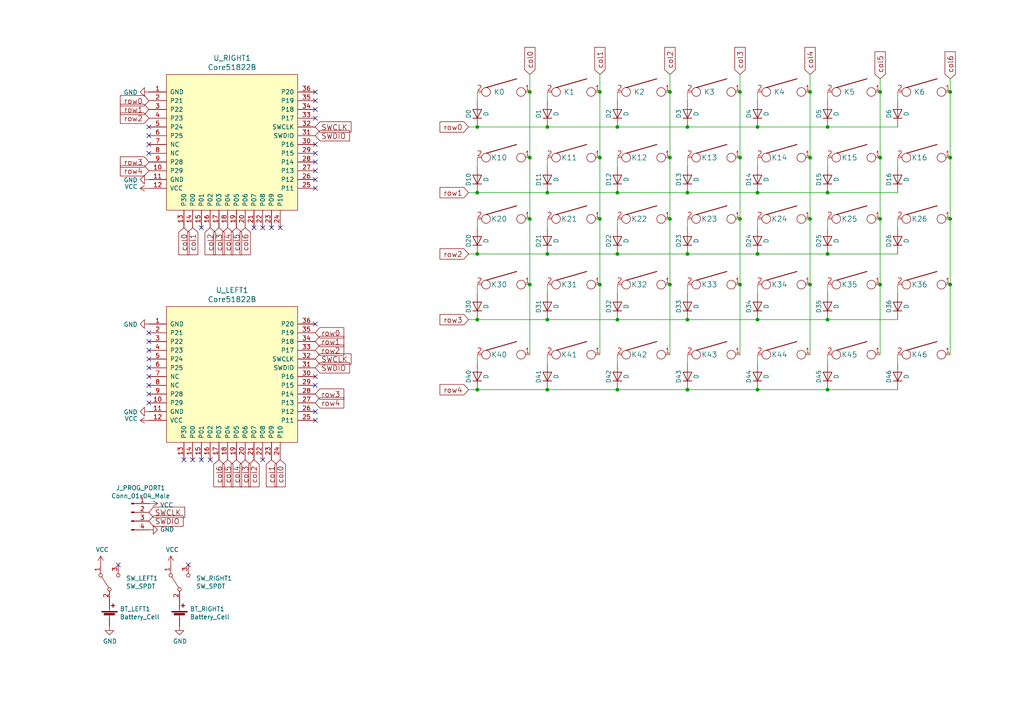
<source format=kicad_sch>
(kicad_sch (version 20230121) (generator eeschema)
  (paper "A4")
  (title_block (title "Redox wireless keyboard") (date "2018-05-05") (rev "1.0W") (comment 1 "designed by Mattia Dal Ben") (comment 2 "https://github.com/mattdibi/redox-keyboard"))
  (lib_symbols
    (symbol "Device:Battery_Cell" (pin_numbers hide) (pin_names (offset 0) hide)
      (property "Reference" "BT" (at 2.54 2.54 0))
      (property "Value" "Battery_Cell" (at 2.54 0 0))
      (symbol "Battery_Cell_0_1"
        (rectangle (start -2.286 1.778) (end 2.286 1.524) (fill (type outline)))
        (rectangle (start -1.5748 1.1938) (end 1.4732 0.6858) (fill (type outline)))
        (polyline (pts (xy 0 0.762) (xy 0 0)))
        (polyline (pts (xy 0 1.778) (xy 0 2.54)))
        (polyline (pts (xy 0.508 3.429) (xy 1.524 3.429)) (stroke (width 0.254)))
        (polyline (pts (xy 1.016 3.937) (xy 1.016 2.921)) (stroke (width 0.254)))
      )
      (symbol "Battery_Cell_1_1"
        (pin passive line (at 0 5.08 270) (length 2.54) (name "+") (number "1"))
        (pin passive line (at 0 -2.54 90) (length 2.54) (name "-") (number "2"))
      )
    )
    (symbol "Switch:SW_SPDT" (pin_names (offset 0) hide)
      (property "Reference" "SW" (at 0 4.318 0))
      (property "Value" "SW_SPDT" (at 0 -5.08 0))
      (symbol "SW_SPDT_0_0"
        (circle (center -2.032 0) (radius 0.508))
        (circle (center 2.032 -2.54) (radius 0.508))
      )
      (symbol "SW_SPDT_0_1"
        (polyline (pts (xy -1.524 0.254) (xy 1.651 2.286)))
        (circle (center 2.032 2.54) (radius 0.508))
      )
      (symbol "SW_SPDT_1_1"
        (pin passive line (at 5.08 2.54 180) (length 2.54) (name "A") (number "1"))
        (pin passive line (at -5.08 0 0) (length 2.54) (name "B") (number "2"))
        (pin passive line (at 5.08 -2.54 180) (length 2.54) (name "C") (number "3"))
      )
    )
    (symbol "power:GND" (power) (pin_names (offset 0))
      (property "Value" "GND" (at 0 -3.81 0))
      (symbol "GND_0_1"
        (polyline (pts (xy 0 0) (xy 0 -1.27) (xy 1.27 -1.27) (xy 0 -2.54) (xy -1.27 -1.27) (xy 0 -1.27)))
      )
      (symbol "GND_1_1"
        (pin power_in line (at 0 0 270) (length 0) hide (name "GND") (number "1"))
      )
    )
    (symbol "power:VCC" (power) (pin_names (offset 0))
      (property "Value" "VCC" (at 0 3.81 0))
      (symbol "VCC_0_1"
        (polyline (pts (xy -0.762 1.27) (xy 0 2.54)))
        (polyline (pts (xy 0 0) (xy 0 2.54)))
        (polyline (pts (xy 0 2.54) (xy 0.762 1.27)))
      )
      (symbol "VCC_1_1"
        (pin power_in line (at 0 0 90) (length 0) hide (name "VCC") (number "1"))
      )
    )
    (symbol "redox_rev1-rescue:Conn_01x04_Male-Connector" (pin_names (offset 1.016) hide)
      (property "Reference" "J" (at 0 5.08 0))
      (property "Value" "Connector:Conn_01x04_Male" (at 0 -7.62 0))
      (symbol "Conn_01x04_Male-Connector_1_1"
        (polyline (pts (xy 1.27 -5.08) (xy 0.8636 -5.08)) (stroke (width 0.1524)))
        (polyline (pts (xy 1.27 -2.54) (xy 0.8636 -2.54)) (stroke (width 0.1524)))
        (polyline (pts (xy 1.27 0) (xy 0.8636 0)) (stroke (width 0.1524)))
        (polyline (pts (xy 1.27 2.54) (xy 0.8636 2.54)) (stroke (width 0.1524)))
        (rectangle (start 0.8636 -4.953) (end 0 -5.207) (stroke (width 0.1524)) (fill (type outline)))
        (rectangle (start 0.8636 -2.413) (end 0 -2.667) (stroke (width 0.1524)) (fill (type outline)))
        (rectangle (start 0.8636 0.127) (end 0 -0.127) (stroke (width 0.1524)) (fill (type outline)))
        (rectangle (start 0.8636 2.667) (end 0 2.413) (stroke (width 0.1524)) (fill (type outline)))
        (pin passive line (at 5.08 2.54 180) (length 3.81) (name "Pin_1") (number "1"))
        (pin passive line (at 5.08 0 180) (length 3.81) (name "Pin_2") (number "2"))
        (pin passive line (at 5.08 -2.54 180) (length 3.81) (name "Pin_3") (number "3"))
        (pin passive line (at 5.08 -5.08 180) (length 3.81) (name "Pin_4") (number "4"))
      )
    )
    (symbol "redox_rev1-rescue:Core51822B-core51822b" (pin_names (offset 1.016))
      (property "Reference" "U" (at 0 2.54 0))
      (property "Value" "core51822b:Core51822B" (at 0 -1.27 0))
      (symbol "Core51822B-core51822b_0_1"
        (rectangle (start 19.05 -21.59) (end -19.05 17.78) (fill (type background)))
      )
      (symbol "Core51822B-core51822b_1_1"
        (pin bidirectional line (at -24.13 12.7 0) (length 5.08) (name "GND") (number "1"))
        (pin bidirectional line (at -24.13 -10.16 0) (length 5.08) (name "P29") (number "10"))
        (pin bidirectional line (at -24.13 -12.7 0) (length 5.08) (name "GND") (number "11"))
        (pin bidirectional line (at -24.13 -15.24 0) (length 5.08) (name "VCC") (number "12"))
        (pin bidirectional line (at -13.97 -26.67 90) (length 5.08) (name "P30") (number "13"))
        (pin bidirectional line (at -11.43 -26.67 90) (length 5.08) (name "P00") (number "14"))
        (pin bidirectional line (at -8.89 -26.67 90) (length 5.08) (name "P01") (number "15"))
        (pin bidirectional line (at -6.35 -26.67 90) (length 5.08) (name "P02") (number "16"))
        (pin bidirectional line (at -3.81 -26.67 90) (length 5.08) (name "P03") (number "17"))
        (pin bidirectional line (at -1.27 -26.67 90) (length 5.08) (name "P04") (number "18"))
        (pin bidirectional line (at 1.27 -26.67 90) (length 5.08) (name "P05") (number "19"))
        (pin bidirectional line (at -24.13 10.16 0) (length 5.08) (name "P21") (number "2"))
        (pin bidirectional line (at 3.81 -26.67 90) (length 5.08) (name "P06") (number "20"))
        (pin bidirectional line (at 6.35 -26.67 90) (length 5.08) (name "P07") (number "21"))
        (pin bidirectional line (at 8.89 -26.67 90) (length 5.08) (name "P08") (number "22"))
        (pin bidirectional line (at 11.43 -26.67 90) (length 5.08) (name "P09") (number "23"))
        (pin bidirectional line (at 13.97 -26.67 90) (length 5.08) (name "P10") (number "24"))
        (pin bidirectional line (at 24.13 -15.24 180) (length 5.08) (name "P11") (number "25"))
        (pin bidirectional line (at 24.13 -12.7 180) (length 5.08) (name "P12") (number "26"))
        (pin bidirectional line (at 24.13 -10.16 180) (length 5.08) (name "P13") (number "27"))
        (pin bidirectional line (at 24.13 -7.62 180) (length 5.08) (name "P14") (number "28"))
        (pin bidirectional line (at 24.13 -5.08 180) (length 5.08) (name "P15") (number "29"))
        (pin bidirectional line (at -24.13 7.62 0) (length 5.08) (name "P22") (number "3"))
        (pin bidirectional line (at 24.13 -2.54 180) (length 5.08) (name "P16") (number "30"))
        (pin bidirectional line (at 24.13 0 180) (length 5.08) (name "SWDIO") (number "31"))
        (pin bidirectional line (at 24.13 2.54 180) (length 5.08) (name "SWCLK") (number "32"))
        (pin bidirectional line (at 24.13 5.08 180) (length 5.08) (name "P17") (number "33"))
        (pin bidirectional line (at 24.13 7.62 180) (length 5.08) (name "P18") (number "34"))
        (pin bidirectional line (at 24.13 10.16 180) (length 5.08) (name "P19") (number "35"))
        (pin bidirectional line (at 24.13 12.7 180) (length 5.08) (name "P20") (number "36"))
        (pin bidirectional line (at -24.13 5.08 0) (length 5.08) (name "P23") (number "4"))
        (pin bidirectional line (at -24.13 2.54 0) (length 5.08) (name "P24") (number "5"))
        (pin bidirectional line (at -24.13 0 0) (length 5.08) (name "P25") (number "6"))
        (pin bidirectional line (at -24.13 -2.54 0) (length 5.08) (name "NC") (number "7"))
        (pin bidirectional line (at -24.13 -5.08 0) (length 5.08) (name "NC") (number "8"))
        (pin bidirectional line (at -24.13 -7.62 0) (length 5.08) (name "P28") (number "9"))
      )
    )
    (symbol "redox_rev1-rescue:D-redox_rev1-rescue" (pin_numbers hide) (pin_names (offset 1.016) hide)
      (property "Reference" "D" (at 0 2.54 0))
      (property "Value" "redox_rev1-rescue:D" (at 0 -2.54 0))
      (symbol "D-redox_rev1-rescue_0_1"
        (polyline (pts (xy -1.27 1.27) (xy -1.27 -1.27)) (stroke (width 0.2032)))
        (polyline (pts (xy 1.27 0) (xy -1.27 0)))
        (polyline (pts (xy 1.27 1.27) (xy 1.27 -1.27) (xy -1.27 0) (xy 1.27 1.27)) (stroke (width 0.2032)))
      )
      (symbol "D-redox_rev1-rescue_1_1"
        (pin passive line (at -3.81 0 0) (length 2.54) (name "K") (number "1"))
        (pin passive line (at 3.81 0 180) (length 2.54) (name "A") (number "2"))
      )
    )
    (symbol "redox_rev1-rescue:KEYSW-redox_rev1-rescue" (pin_names (offset 1.016))
      (property "Reference" "K?" (at -1.27 0 0))
      (symbol "KEYSW-redox_rev1-rescue_0_1"
        (circle (center -5.08 0) (radius 1.27))
        (polyline (pts (xy -5.08 1.27) (xy 3.81 3.81)) (stroke (width 0.254)))
        (circle (center 5.08 0) (radius 1.27))
      )
      (symbol "KEYSW-redox_rev1-rescue_1_1"
        (pin passive line (at 7.62 0 180) (length 1.27) (name "~") (number "1"))
        (pin passive line (at -7.62 0 0) (length 1.27) (name "~") (number "2"))
      )
    )
  )
  (junction (at 199.39 36.83))
  (junction (at 275.59 82.55))
  (junction (at 158.75 55.88))
  (junction (at 275.59 45.72))
  (junction (at 275.59 26.67))
  (junction (at 153.67 45.72))
  (junction (at 153.67 26.67))
  (junction (at 194.31 63.5))
  (junction (at 179.07 36.83))
  (junction (at 194.31 45.72))
  (junction (at 153.67 82.55))
  (junction (at 214.63 26.67))
  (junction (at 240.03 73.66))
  (junction (at 214.63 45.72))
  (junction (at 255.27 26.67))
  (junction (at 179.07 73.66))
  (junction (at 138.43 36.83))
  (junction (at 158.75 36.83))
  (junction (at 240.03 113.03))
  (junction (at 255.27 45.72))
  (junction (at 240.03 55.88))
  (junction (at 158.75 113.03))
  (junction (at 214.63 63.5))
  (junction (at 219.71 92.71))
  (junction (at 240.03 36.83))
  (junction (at 234.95 26.67))
  (junction (at 219.71 73.66))
  (junction (at 179.07 55.88))
  (junction (at 138.43 55.88))
  (junction (at 199.39 73.66))
  (junction (at 153.67 63.5))
  (junction (at 214.63 82.55))
  (junction (at 138.43 73.66))
  (junction (at 255.27 82.55))
  (junction (at 234.95 45.72))
  (junction (at 234.95 63.5))
  (junction (at 138.43 92.71))
  (junction (at 138.43 113.03))
  (junction (at 179.07 113.03))
  (junction (at 158.75 92.71))
  (junction (at 255.27 63.5))
  (junction (at 173.99 82.55))
  (junction (at 219.71 36.83))
  (junction (at 179.07 92.71))
  (junction (at 199.39 92.71))
  (junction (at 234.95 82.55))
  (junction (at 194.31 82.55))
  (junction (at 173.99 26.67))
  (junction (at 199.39 55.88))
  (junction (at 173.99 63.5))
  (junction (at 219.71 113.03))
  (junction (at 194.31 26.67))
  (junction (at 199.39 113.03))
  (junction (at 240.03 92.71))
  (junction (at 173.99 45.72))
  (junction (at 219.71 55.88))
  (junction (at 275.59 63.5))
  (junction (at 158.75 73.66))
  (no_connect (at 60.96 133.35))
  (no_connect (at 91.44 34.29))
  (no_connect (at 43.18 111.76))
  (no_connect (at 43.18 41.91))
  (no_connect (at 43.18 116.84))
  (no_connect (at 54.61 163.83))
  (no_connect (at 55.88 133.35))
  (no_connect (at 81.28 66.04))
  (no_connect (at 43.18 39.37))
  (no_connect (at 43.18 106.68))
  (no_connect (at 91.44 109.22))
  (no_connect (at 91.44 46.99))
  (no_connect (at 91.44 52.07))
  (no_connect (at 76.2 133.35))
  (no_connect (at 53.34 133.35))
  (no_connect (at 91.44 29.21))
  (no_connect (at 43.18 96.52))
  (no_connect (at 91.44 49.53))
  (no_connect (at 91.44 121.92))
  (no_connect (at 91.44 26.67))
  (no_connect (at 43.18 44.45))
  (no_connect (at 43.18 101.6))
  (no_connect (at 91.44 111.76))
  (no_connect (at 34.29 163.83))
  (no_connect (at 43.18 114.3))
  (no_connect (at 91.44 41.91))
  (no_connect (at 91.44 31.75))
  (no_connect (at 43.18 109.22))
  (no_connect (at 91.44 119.38))
  (no_connect (at 58.42 66.04))
  (no_connect (at 58.42 133.35))
  (no_connect (at 43.18 99.06))
  (no_connect (at 91.44 93.98))
  (no_connect (at 73.66 66.04))
  (no_connect (at 78.74 66.04))
  (no_connect (at 76.2 66.04))
  (no_connect (at 91.44 44.45))
  (no_connect (at 91.44 54.61))
  (no_connect (at 43.18 36.83))
  (no_connect (at 43.18 104.14))
  (wire (pts (xy 138.43 82.55) (xy 138.43 85.09)))
  (wire (pts (xy 138.43 36.83) (xy 158.75 36.83)))
  (wire (pts (xy 158.75 82.55) (xy 158.75 85.09)))
  (wire (pts (xy 240.03 82.55) (xy 240.03 85.09)))
  (wire (pts (xy 153.67 63.5) (xy 153.67 82.55)))
  (wire (pts (xy 135.89 92.71) (xy 138.43 92.71)))
  (wire (pts (xy 138.43 45.72) (xy 138.43 48.26)))
  (wire (pts (xy 219.71 26.67) (xy 219.71 29.21)))
  (wire (pts (xy 234.95 21.59) (xy 234.95 26.67)))
  (wire (pts (xy 158.75 92.71) (xy 179.07 92.71)))
  (wire (pts (xy 214.63 21.59) (xy 214.63 26.67)))
  (wire (pts (xy 179.07 45.72) (xy 179.07 48.26)))
  (wire (pts (xy 234.95 45.72) (xy 234.95 63.5)))
  (wire (pts (xy 173.99 63.5) (xy 173.99 82.55)))
  (wire (pts (xy 219.71 92.71) (xy 240.03 92.71)))
  (wire (pts (xy 219.71 113.03) (xy 240.03 113.03)))
  (wire (pts (xy 214.63 82.55) (xy 214.63 102.87)))
  (wire (pts (xy 153.67 21.59) (xy 153.67 26.67)))
  (wire (pts (xy 179.07 102.87) (xy 179.07 105.41)))
  (wire (pts (xy 158.75 45.72) (xy 158.75 48.26)))
  (wire (pts (xy 275.59 82.55) (xy 275.59 102.87)))
  (wire (pts (xy 255.27 45.72) (xy 255.27 63.5)))
  (wire (pts (xy 158.75 113.03) (xy 179.07 113.03)))
  (wire (pts (xy 138.43 55.88) (xy 158.75 55.88)))
  (wire (pts (xy 219.71 102.87) (xy 219.71 105.41)))
  (wire (pts (xy 199.39 55.88) (xy 219.71 55.88)))
  (wire (pts (xy 260.35 82.55) (xy 260.35 85.09)))
  (wire (pts (xy 158.75 102.87) (xy 158.75 105.41)))
  (wire (pts (xy 275.59 63.5) (xy 275.59 82.55)))
  (wire (pts (xy 179.07 63.5) (xy 179.07 66.04)))
  (wire (pts (xy 219.71 45.72) (xy 219.71 48.26)))
  (wire (pts (xy 135.89 73.66) (xy 138.43 73.66)))
  (wire (pts (xy 194.31 45.72) (xy 194.31 63.5)))
  (wire (pts (xy 275.59 26.67) (xy 275.59 45.72)))
  (wire (pts (xy 234.95 63.5) (xy 234.95 82.55)))
  (wire (pts (xy 173.99 21.59) (xy 173.99 26.67)))
  (wire (pts (xy 260.35 63.5) (xy 260.35 66.04)))
  (wire (pts (xy 199.39 63.5) (xy 199.39 66.04)))
  (wire (pts (xy 173.99 45.72) (xy 173.99 63.5)))
  (wire (pts (xy 158.75 55.88) (xy 179.07 55.88)))
  (wire (pts (xy 240.03 36.83) (xy 260.35 36.83)))
  (wire (pts (xy 255.27 22.86) (xy 255.27 26.67)))
  (wire (pts (xy 138.43 73.66) (xy 158.75 73.66)))
  (wire (pts (xy 240.03 45.72) (xy 240.03 48.26)))
  (wire (pts (xy 214.63 26.67) (xy 214.63 45.72)))
  (wire (pts (xy 240.03 102.87) (xy 240.03 105.41)))
  (wire (pts (xy 179.07 92.71) (xy 199.39 92.71)))
  (wire (pts (xy 219.71 36.83) (xy 240.03 36.83)))
  (wire (pts (xy 138.43 26.67) (xy 138.43 29.21)))
  (wire (pts (xy 234.95 26.67) (xy 234.95 45.72)))
  (wire (pts (xy 199.39 113.03) (xy 219.71 113.03)))
  (wire (pts (xy 275.59 22.86) (xy 275.59 26.67)))
  (wire (pts (xy 179.07 36.83) (xy 199.39 36.83)))
  (wire (pts (xy 199.39 73.66) (xy 219.71 73.66)))
  (wire (pts (xy 179.07 55.88) (xy 199.39 55.88)))
  (wire (pts (xy 214.63 63.5) (xy 214.63 82.55)))
  (wire (pts (xy 194.31 82.55) (xy 194.31 102.87)))
  (wire (pts (xy 199.39 45.72) (xy 199.39 48.26)))
  (wire (pts (xy 199.39 26.67) (xy 199.39 29.21)))
  (wire (pts (xy 153.67 45.72) (xy 153.67 63.5)))
  (wire (pts (xy 219.71 55.88) (xy 240.03 55.88)))
  (wire (pts (xy 199.39 36.83) (xy 219.71 36.83)))
  (wire (pts (xy 240.03 26.67) (xy 240.03 29.21)))
  (wire (pts (xy 138.43 63.5) (xy 138.43 66.04)))
  (wire (pts (xy 135.89 113.03) (xy 138.43 113.03)))
  (wire (pts (xy 158.75 26.67) (xy 158.75 29.21)))
  (wire (pts (xy 138.43 92.71) (xy 158.75 92.71)))
  (wire (pts (xy 199.39 82.55) (xy 199.39 85.09)))
  (wire (pts (xy 219.71 73.66) (xy 240.03 73.66)))
  (wire (pts (xy 173.99 82.55) (xy 173.99 102.87)))
  (wire (pts (xy 135.89 36.83) (xy 138.43 36.83)))
  (wire (pts (xy 240.03 92.71) (xy 260.35 92.71)))
  (wire (pts (xy 194.31 26.67) (xy 194.31 45.72)))
  (wire (pts (xy 158.75 36.83) (xy 179.07 36.83)))
  (wire (pts (xy 255.27 63.5) (xy 255.27 82.55)))
  (wire (pts (xy 240.03 55.88) (xy 260.35 55.88)))
  (wire (pts (xy 255.27 82.55) (xy 255.27 102.87)))
  (wire (pts (xy 194.31 21.59) (xy 194.31 26.67)))
  (wire (pts (xy 260.35 102.87) (xy 260.35 105.41)))
  (wire (pts (xy 153.67 26.67) (xy 153.67 45.72)))
  (wire (pts (xy 179.07 113.03) (xy 199.39 113.03)))
  (wire (pts (xy 194.31 63.5) (xy 194.31 82.55)))
  (wire (pts (xy 158.75 63.5) (xy 158.75 66.04)))
  (wire (pts (xy 275.59 45.72) (xy 275.59 63.5)))
  (wire (pts (xy 260.35 45.72) (xy 260.35 48.26)))
  (wire (pts (xy 138.43 102.87) (xy 138.43 105.41)))
  (wire (pts (xy 179.07 26.67) (xy 179.07 29.21)))
  (wire (pts (xy 240.03 63.5) (xy 240.03 66.04)))
  (wire (pts (xy 179.07 82.55) (xy 179.07 85.09)))
  (wire (pts (xy 199.39 92.71) (xy 219.71 92.71)))
  (wire (pts (xy 234.95 82.55) (xy 234.95 102.87)))
  (wire (pts (xy 219.71 63.5) (xy 219.71 66.04)))
  (wire (pts (xy 240.03 113.03) (xy 260.35 113.03)))
  (wire (pts (xy 158.75 73.66) (xy 179.07 73.66)))
  (wire (pts (xy 153.67 82.55) (xy 153.67 102.87)))
  (wire (pts (xy 214.63 45.72) (xy 214.63 63.5)))
  (wire (pts (xy 135.89 55.88) (xy 138.43 55.88)))
  (wire (pts (xy 138.43 113.03) (xy 158.75 113.03)))
  (wire (pts (xy 179.07 73.66) (xy 199.39 73.66)))
  (wire (pts (xy 219.71 82.55) (xy 219.71 85.09)))
  (wire (pts (xy 173.99 26.67) (xy 173.99 45.72)))
  (wire (pts (xy 260.35 26.67) (xy 260.35 29.21)))
  (wire (pts (xy 255.27 26.67) (xy 255.27 45.72)))
  (wire (pts (xy 199.39 102.87) (xy 199.39 105.41)))
  (wire (pts (xy 240.03 73.66) (xy 260.35 73.66)))
  (global_label "row2" (shape input) (at 91.44 101.6 0) (effects (font (size 1.524 1.524))) (property "Intersheetrefs" "${INTERSHEET_REFS}" (effects hide)))
  (global_label "row1" (shape input) (at 135.89 55.88 180) (effects (font (size 1.524 1.524))) (property "Intersheetrefs" "${INTERSHEET_REFS}" (effects hide)))
  (global_label "col3" (shape input) (at 214.63 21.59 90) (effects (font (size 1.524 1.524))) (property "Intersheetrefs" "${INTERSHEET_REFS}" (effects hide)))
  (global_label "row0" (shape input) (at 91.44 96.52 0) (effects (font (size 1.524 1.524))) (property "Intersheetrefs" "${INTERSHEET_REFS}" (effects hide)))
  (global_label "col4" (shape input) (at 234.95 21.59 90) (effects (font (size 1.524 1.524))) (property "Intersheetrefs" "${INTERSHEET_REFS}" (effects hide)))
  (global_label "SWDIO" (shape input) (at 91.44 39.37 0) (effects (font (size 1.524 1.524))) (property "Intersheetrefs" "${INTERSHEET_REFS}" (effects hide)))
  (global_label "col5" (shape input) (at 255.27 22.86 90) (effects (font (size 1.524 1.524))) (property "Intersheetrefs" "${INTERSHEET_REFS}" (effects hide)))
  (global_label "row2" (shape input) (at 43.18 34.29 180) (effects (font (size 1.524 1.524))) (property "Intersheetrefs" "${INTERSHEET_REFS}" (effects hide)))
  (global_label "col4" (shape input) (at 66.04 66.04 270) (effects (font (size 1.524 1.524))) (property "Intersheetrefs" "${INTERSHEET_REFS}" (effects hide)))
  (global_label "SWDIO" (shape input) (at 91.44 106.68 0) (effects (font (size 1.524 1.524))) (property "Intersheetrefs" "${INTERSHEET_REFS}" (effects hide)))
  (global_label "row0" (shape input) (at 135.89 36.83 180) (effects (font (size 1.524 1.524))) (property "Intersheetrefs" "${INTERSHEET_REFS}" (effects hide)))
  (global_label "col3" (shape input) (at 63.5 66.04 270) (effects (font (size 1.524 1.524))) (property "Intersheetrefs" "${INTERSHEET_REFS}" (effects hide)))
  (global_label "col2" (shape input) (at 60.96 66.04 270) (effects (font (size 1.524 1.524))) (property "Intersheetrefs" "${INTERSHEET_REFS}" (effects hide)))
  (global_label "row2" (shape input) (at 135.89 73.66 180) (effects (font (size 1.524 1.524))) (property "Intersheetrefs" "${INTERSHEET_REFS}" (effects hide)))
  (global_label "col4" (shape input) (at 68.58 133.35 270) (effects (font (size 1.524 1.524))) (property "Intersheetrefs" "${INTERSHEET_REFS}" (effects hide)))
  (global_label "col6" (shape input) (at 275.59 22.86 90) (effects (font (size 1.524 1.524))) (property "Intersheetrefs" "${INTERSHEET_REFS}" (effects hide)))
  (global_label "col3" (shape input) (at 71.12 133.35 270) (effects (font (size 1.524 1.524))) (property "Intersheetrefs" "${INTERSHEET_REFS}" (effects hide)))
  (global_label "SWDIO" (shape input) (at 43.18 151.13 0) (effects (font (size 1.524 1.524))) (property "Intersheetrefs" "${INTERSHEET_REFS}" (effects hide)))
  (global_label "row0" (shape input) (at 43.18 29.21 180) (effects (font (size 1.524 1.524))) (property "Intersheetrefs" "${INTERSHEET_REFS}" (effects hide)))
  (global_label "row1" (shape input) (at 43.18 31.75 180) (effects (font (size 1.524 1.524))) (property "Intersheetrefs" "${INTERSHEET_REFS}" (effects hide)))
  (global_label "col2" (shape input) (at 194.31 21.59 90) (effects (font (size 1.524 1.524))) (property "Intersheetrefs" "${INTERSHEET_REFS}" (effects hide)))
  (global_label "col6" (shape input) (at 71.12 66.04 270) (effects (font (size 1.524 1.524))) (property "Intersheetrefs" "${INTERSHEET_REFS}" (effects hide)))
  (global_label "SWCLK" (shape input) (at 43.18 148.59 0) (effects (font (size 1.524 1.524))) (property "Intersheetrefs" "${INTERSHEET_REFS}" (effects hide)))
  (global_label "row3" (shape input) (at 135.89 92.71 180) (effects (font (size 1.524 1.524))) (property "Intersheetrefs" "${INTERSHEET_REFS}" (effects hide)))
  (global_label "col0" (shape input) (at 81.28 133.35 270) (effects (font (size 1.524 1.524))) (property "Intersheetrefs" "${INTERSHEET_REFS}" (effects hide)))
  (global_label "col0" (shape input) (at 153.67 21.59 90) (effects (font (size 1.524 1.524))) (property "Intersheetrefs" "${INTERSHEET_REFS}" (effects hide)))
  (global_label "col1" (shape input) (at 78.74 133.35 270) (effects (font (size 1.524 1.524))) (property "Intersheetrefs" "${INTERSHEET_REFS}" (effects hide)))
  (global_label "row4" (shape input) (at 91.44 116.84 0) (effects (font (size 1.524 1.524))) (property "Intersheetrefs" "${INTERSHEET_REFS}" (effects hide)))
  (global_label "SWCLK" (shape input) (at 91.44 36.83 0) (effects (font (size 1.524 1.524))) (property "Intersheetrefs" "${INTERSHEET_REFS}" (effects hide)))
  (global_label "row4" (shape input) (at 135.89 113.03 180) (effects (font (size 1.524 1.524))) (property "Intersheetrefs" "${INTERSHEET_REFS}" (effects hide)))
  (global_label "col5" (shape input) (at 66.04 133.35 270) (effects (font (size 1.524 1.524))) (property "Intersheetrefs" "${INTERSHEET_REFS}" (effects hide)))
  (global_label "row4" (shape input) (at 43.18 49.53 180) (effects (font (size 1.524 1.524))) (property "Intersheetrefs" "${INTERSHEET_REFS}" (effects hide)))
  (global_label "col2" (shape input) (at 73.66 133.35 270) (effects (font (size 1.524 1.524))) (property "Intersheetrefs" "${INTERSHEET_REFS}" (effects hide)))
  (global_label "col5" (shape input) (at 68.58 66.04 270) (effects (font (size 1.524 1.524))) (property "Intersheetrefs" "${INTERSHEET_REFS}" (effects hide)))
  (global_label "row1" (shape input) (at 91.44 99.06 0) (effects (font (size 1.524 1.524))) (property "Intersheetrefs" "${INTERSHEET_REFS}" (effects hide)))
  (global_label "row3" (shape input) (at 43.18 46.99 180) (effects (font (size 1.524 1.524))) (property "Intersheetrefs" "${INTERSHEET_REFS}" (effects hide)))
  (global_label "col1" (shape input) (at 173.99 21.59 90) (effects (font (size 1.524 1.524))) (property "Intersheetrefs" "${INTERSHEET_REFS}" (effects hide)))
  (global_label "SWCLK" (shape input) (at 91.44 104.14 0) (effects (font (size 1.524 1.524))) (property "Intersheetrefs" "${INTERSHEET_REFS}" (effects hide)))
  (global_label "col1" (shape input) (at 55.88 66.04 270) (effects (font (size 1.524 1.524))) (property "Intersheetrefs" "${INTERSHEET_REFS}" (effects hide)))
  (global_label "col6" (shape input) (at 63.5 133.35 270) (effects (font (size 1.524 1.524))) (property "Intersheetrefs" "${INTERSHEET_REFS}" (effects hide)))
  (global_label "row3" (shape input) (at 91.44 114.3 0) (effects (font (size 1.524 1.524))) (property "Intersheetrefs" "${INTERSHEET_REFS}" (effects hide)))
  (global_label "col0" (shape input) (at 53.34 66.04 270) (effects (font (size 1.524 1.524))) (property "Intersheetrefs" "${INTERSHEET_REFS}" (effects hide)))
  (symbol (lib_id "redox_rev1-rescue:KEYSW-redox_rev1-rescue") (at 146.05 26.67 0) (unit 1)
    (property "Reference" "K0" (at 144.78 26.67 0) (effects (font (size 1.524 1.524))))
    (property "Value" "KEYSW" (effects hide))
    (property "Footprint" "Keebio-Parts:Kailh_socket_PG1350_optional_reversible_125" (effects hide))
  )
  (symbol (lib_id "redox_rev1-rescue:D-redox_rev1-rescue") (at 138.43 33.02 90) (unit 1)
    (property "Reference" "D0" (at 135.89 33.02 0))
    (property "Value" "D" (at 140.97 33.02 0))
    (property "Footprint" "Keebio-Parts:Diode-dual" (effects hide))
  )
  (symbol (lib_id "redox_rev1-rescue:KEYSW-redox_rev1-rescue") (at 166.37 26.67 0) (unit 1)
    (property "Reference" "K1" (at 165.1 26.67 0) (effects (font (size 1.524 1.524))))
    (property "Value" "KEYSW" (effects hide))
    (property "Footprint" "Keebio-Parts:Kailh_socket_PG1350_optional_reversible_100" (effects hide))
  )
  (symbol (lib_id "redox_rev1-rescue:D-redox_rev1-rescue") (at 158.75 33.02 90) (unit 1)
    (property "Reference" "D1" (at 156.21 33.02 0))
    (property "Value" "D" (at 161.29 33.02 0))
    (property "Footprint" "Keebio-Parts:Diode-dual" (effects hide))
  )
  (symbol (lib_id "redox_rev1-rescue:KEYSW-redox_rev1-rescue") (at 186.69 26.67 0) (unit 1)
    (property "Reference" "K2" (at 185.42 26.67 0) (effects (font (size 1.524 1.524))))
    (property "Value" "KEYSW" (effects hide))
    (property "Footprint" "Keebio-Parts:Kailh_socket_PG1350_optional_reversible_100" (effects hide))
  )
  (symbol (lib_id "redox_rev1-rescue:D-redox_rev1-rescue") (at 179.07 33.02 90) (unit 1)
    (property "Reference" "D2" (at 176.53 33.02 0))
    (property "Value" "D" (at 181.61 33.02 0))
    (property "Footprint" "Keebio-Parts:Diode-dual" (effects hide))
  )
  (symbol (lib_id "redox_rev1-rescue:KEYSW-redox_rev1-rescue") (at 207.01 26.67 0) (unit 1)
    (property "Reference" "K3" (at 205.74 26.67 0) (effects (font (size 1.524 1.524))))
    (property "Value" "KEYSW" (effects hide))
    (property "Footprint" "Keebio-Parts:Kailh_socket_PG1350_optional_reversible_100" (effects hide))
  )
  (symbol (lib_id "redox_rev1-rescue:D-redox_rev1-rescue") (at 199.39 33.02 90) (unit 1)
    (property "Reference" "D3" (at 196.85 33.02 0))
    (property "Value" "D" (at 201.93 33.02 0))
    (property "Footprint" "Keebio-Parts:Diode-dual" (effects hide))
  )
  (symbol (lib_id "redox_rev1-rescue:KEYSW-redox_rev1-rescue") (at 227.33 26.67 0) (unit 1)
    (property "Reference" "K4" (at 226.06 26.67 0) (effects (font (size 1.524 1.524))))
    (property "Value" "KEYSW" (effects hide))
    (property "Footprint" "Keebio-Parts:Kailh_socket_PG1350_optional_reversible_100" (effects hide))
  )
  (symbol (lib_id "redox_rev1-rescue:D-redox_rev1-rescue") (at 219.71 33.02 90) (unit 1)
    (property "Reference" "D4" (at 217.17 33.02 0))
    (property "Value" "D" (at 222.25 33.02 0))
    (property "Footprint" "Keebio-Parts:Diode-dual" (effects hide))
  )
  (symbol (lib_id "redox_rev1-rescue:KEYSW-redox_rev1-rescue") (at 247.65 26.67 0) (unit 1)
    (property "Reference" "K5" (at 246.38 26.67 0) (effects (font (size 1.524 1.524))))
    (property "Value" "KEYSW" (effects hide))
    (property "Footprint" "Keebio-Parts:Kailh_socket_PG1350_optional_reversible_100" (effects hide))
  )
  (symbol (lib_id "redox_rev1-rescue:D-redox_rev1-rescue") (at 240.03 33.02 90) (unit 1)
    (property "Reference" "D5" (at 237.49 33.02 0))
    (property "Value" "D" (at 242.57 33.02 0))
    (property "Footprint" "Keebio-Parts:Diode-dual" (effects hide))
  )
  (symbol (lib_id "redox_rev1-rescue:KEYSW-redox_rev1-rescue") (at 267.97 26.67 0) (unit 1)
    (property "Reference" "K6" (at 266.7 26.67 0) (effects (font (size 1.524 1.524))))
    (property "Value" "KEYSW" (effects hide))
    (property "Footprint" "Keebio-Parts:Kailh_socket_PG1350_optional_reversible_100" (effects hide))
  )
  (symbol (lib_id "redox_rev1-rescue:D-redox_rev1-rescue") (at 260.35 33.02 90) (unit 1)
    (property "Reference" "D6" (at 257.81 33.02 0))
    (property "Value" "D" (at 262.89 33.02 0))
    (property "Footprint" "Keebio-Parts:Diode-dual" (effects hide))
  )
  (symbol (lib_id "redox_rev1-rescue:KEYSW-redox_rev1-rescue") (at 146.05 45.72 0) (unit 1)
    (property "Reference" "K10" (at 144.78 45.72 0) (effects (font (size 1.524 1.524))))
    (property "Value" "KEYSW" (effects hide))
    (property "Footprint" "Keebio-Parts:Kailh_socket_PG1350_optional_reversible_125" (effects hide))
  )
  (symbol (lib_id "redox_rev1-rescue:D-redox_rev1-rescue") (at 138.43 52.07 90) (unit 1)
    (property "Reference" "D10" (at 135.89 52.07 0))
    (property "Value" "D" (at 140.97 52.07 0))
    (property "Footprint" "Keebio-Parts:Diode-dual" (effects hide))
  )
  (symbol (lib_id "redox_rev1-rescue:KEYSW-redox_rev1-rescue") (at 166.37 45.72 0) (unit 1)
    (property "Reference" "K11" (at 165.1 45.72 0) (effects (font (size 1.524 1.524))))
    (property "Value" "KEYSW" (effects hide))
    (property "Footprint" "Keebio-Parts:Kailh_socket_PG1350_optional_reversible_100" (effects hide))
  )
  (symbol (lib_id "redox_rev1-rescue:D-redox_rev1-rescue") (at 158.75 52.07 90) (unit 1)
    (property "Reference" "D11" (at 156.21 52.07 0))
    (property "Value" "D" (at 161.29 52.07 0))
    (property "Footprint" "Keebio-Parts:Diode-dual" (effects hide))
  )
  (symbol (lib_id "redox_rev1-rescue:KEYSW-redox_rev1-rescue") (at 186.69 45.72 0) (unit 1)
    (property "Reference" "K12" (at 185.42 45.72 0) (effects (font (size 1.524 1.524))))
    (property "Value" "KEYSW" (effects hide))
    (property "Footprint" "Keebio-Parts:Kailh_socket_PG1350_optional_reversible_100" (effects hide))
  )
  (symbol (lib_id "redox_rev1-rescue:D-redox_rev1-rescue") (at 179.07 52.07 90) (unit 1)
    (property "Reference" "D12" (at 176.53 52.07 0))
    (property "Value" "D" (at 181.61 52.07 0))
    (property "Footprint" "Keebio-Parts:Diode-dual" (effects hide))
  )
  (symbol (lib_id "redox_rev1-rescue:KEYSW-redox_rev1-rescue") (at 207.01 45.72 0) (unit 1)
    (property "Reference" "K13" (at 205.74 45.72 0) (effects (font (size 1.524 1.524))))
    (property "Value" "KEYSW" (effects hide))
    (property "Footprint" "Keebio-Parts:Kailh_socket_PG1350_optional_reversible_100" (effects hide))
  )
  (symbol (lib_id "redox_rev1-rescue:D-redox_rev1-rescue") (at 199.39 52.07 90) (unit 1)
    (property "Reference" "D13" (at 196.85 52.07 0))
    (property "Value" "D" (at 201.93 52.07 0))
    (property "Footprint" "Keebio-Parts:Diode-dual" (effects hide))
  )
  (symbol (lib_id "redox_rev1-rescue:KEYSW-redox_rev1-rescue") (at 227.33 45.72 0) (unit 1)
    (property "Reference" "K14" (at 226.06 45.72 0) (effects (font (size 1.524 1.524))))
    (property "Value" "KEYSW" (effects hide))
    (property "Footprint" "Keebio-Parts:Kailh_socket_PG1350_optional_reversible_100" (effects hide))
  )
  (symbol (lib_id "redox_rev1-rescue:D-redox_rev1-rescue") (at 219.71 52.07 90) (unit 1)
    (property "Reference" "D14" (at 217.17 52.07 0))
    (property "Value" "D" (at 222.25 52.07 0))
    (property "Footprint" "Keebio-Parts:Diode-dual" (effects hide))
  )
  (symbol (lib_id "redox_rev1-rescue:KEYSW-redox_rev1-rescue") (at 247.65 45.72 0) (unit 1)
    (property "Reference" "K15" (at 246.38 45.72 0) (effects (font (size 1.524 1.524))))
    (property "Value" "KEYSW" (effects hide))
    (property "Footprint" "Keebio-Parts:Kailh_socket_PG1350_optional_reversible_100" (effects hide))
  )
  (symbol (lib_id "redox_rev1-rescue:D-redox_rev1-rescue") (at 240.03 52.07 90) (unit 1)
    (property "Reference" "D15" (at 237.49 52.07 0))
    (property "Value" "D" (at 242.57 52.07 0))
    (property "Footprint" "Keebio-Parts:Diode-dual" (effects hide))
  )
  (symbol (lib_id "redox_rev1-rescue:KEYSW-redox_rev1-rescue") (at 267.97 45.72 0) (unit 1)
    (property "Reference" "K16" (at 266.7 45.72 0) (effects (font (size 1.524 1.524))))
    (property "Value" "KEYSW" (effects hide))
    (property "Footprint" "Keebio-Parts:Kailh_socket_PG1350_optional_reversible_150" (effects hide))
  )
  (symbol (lib_id "redox_rev1-rescue:D-redox_rev1-rescue") (at 260.35 52.07 90) (unit 1)
    (property "Reference" "D16" (at 257.81 52.07 0))
    (property "Value" "D" (at 262.89 52.07 0))
    (property "Footprint" "Keebio-Parts:Diode-dual" (effects hide))
  )
  (symbol (lib_id "redox_rev1-rescue:KEYSW-redox_rev1-rescue") (at 146.05 63.5 0) (unit 1)
    (property "Reference" "K20" (at 144.78 63.5 0) (effects (font (size 1.524 1.524))))
    (property "Value" "KEYSW" (effects hide))
    (property "Footprint" "Keebio-Parts:Kailh_socket_PG1350_optional_reversible_125" (effects hide))
  )
  (symbol (lib_id "redox_rev1-rescue:D-redox_rev1-rescue") (at 138.43 69.85 90) (unit 1)
    (property "Reference" "D20" (at 135.89 69.85 0))
    (property "Value" "D" (at 140.97 69.85 0))
    (property "Footprint" "Keebio-Parts:Diode-dual" (effects hide))
  )
  (symbol (lib_id "redox_rev1-rescue:KEYSW-redox_rev1-rescue") (at 166.37 63.5 0) (unit 1)
    (property "Reference" "K21" (at 165.1 63.5 0) (effects (font (size 1.524 1.524))))
    (property "Value" "KEYSW" (effects hide))
    (property "Footprint" "Keebio-Parts:Kailh_socket_PG1350_optional_reversible_100" (effects hide))
  )
  (symbol (lib_id "redox_rev1-rescue:D-redox_rev1-rescue") (at 158.75 69.85 90) (unit 1)
    (property "Reference" "D21" (at 156.21 69.85 0))
    (property "Value" "D" (at 161.29 69.85 0))
    (property "Footprint" "Keebio-Parts:Diode-dual" (effects hide))
  )
  (symbol (lib_id "redox_rev1-rescue:KEYSW-redox_rev1-rescue") (at 186.69 63.5 0) (unit 1)
    (property "Reference" "K22" (at 185.42 63.5 0) (effects (font (size 1.524 1.524))))
    (property "Value" "KEYSW" (effects hide))
    (property "Footprint" "Keebio-Parts:Kailh_socket_PG1350_optional_reversible_100" (effects hide))
  )
  (symbol (lib_id "redox_rev1-rescue:D-redox_rev1-rescue") (at 179.07 69.85 90) (unit 1)
    (property "Reference" "D22" (at 176.53 69.85 0))
    (property "Value" "D" (at 181.61 69.85 0))
    (property "Footprint" "Keebio-Parts:Diode-dual" (effects hide))
  )
  (symbol (lib_id "redox_rev1-rescue:KEYSW-redox_rev1-rescue") (at 207.01 63.5 0) (unit 1)
    (property "Reference" "K23" (at 205.74 63.5 0) (effects (font (size 1.524 1.524))))
    (property "Value" "KEYSW" (effects hide))
    (property "Footprint" "Keebio-Parts:Kailh_socket_PG1350_optional_reversible_100" (effects hide))
  )
  (symbol (lib_id "redox_rev1-rescue:D-redox_rev1-rescue") (at 199.39 69.85 90) (unit 1)
    (property "Reference" "D23" (at 196.85 69.85 0))
    (property "Value" "D" (at 201.93 69.85 0))
    (property "Footprint" "Keebio-Parts:Diode-dual" (effects hide))
  )
  (symbol (lib_id "redox_rev1-rescue:KEYSW-redox_rev1-rescue") (at 227.33 63.5 0) (unit 1)
    (property "Reference" "K24" (at 226.06 63.5 0) (effects (font (size 1.524 1.524))))
    (property "Value" "KEYSW" (effects hide))
    (property "Footprint" "Keebio-Parts:Kailh_socket_PG1350_optional_reversible_100" (effects hide))
  )
  (symbol (lib_id "redox_rev1-rescue:D-redox_rev1-rescue") (at 219.71 69.85 90) (unit 1)
    (property "Reference" "D24" (at 217.17 69.85 0))
    (property "Value" "D" (at 222.25 69.85 0))
    (property "Footprint" "Keebio-Parts:Diode-dual" (effects hide))
  )
  (symbol (lib_id "redox_rev1-rescue:KEYSW-redox_rev1-rescue") (at 247.65 63.5 0) (unit 1)
    (property "Reference" "K25" (at 246.38 63.5 0) (effects (font (size 1.524 1.524))))
    (property "Value" "KEYSW" (effects hide))
    (property "Footprint" "Keebio-Parts:Kailh_socket_PG1350_optional_reversible_100" (effects hide))
  )
  (symbol (lib_id "redox_rev1-rescue:D-redox_rev1-rescue") (at 240.03 69.85 90) (unit 1)
    (property "Reference" "D25" (at 237.49 69.85 0))
    (property "Value" "D" (at 242.57 69.85 0))
    (property "Footprint" "Keebio-Parts:Diode-dual" (effects hide))
  )
  (symbol (lib_id "redox_rev1-rescue:KEYSW-redox_rev1-rescue") (at 267.97 63.5 0) (unit 1)
    (property "Reference" "K26" (at 266.7 63.5 0) (effects (font (size 1.524 1.524))))
    (property "Value" "KEYSW" (effects hide))
    (property "Footprint" "Keebio-Parts:Kailh_socket_PG1350_optional_reversible_100" (effects hide))
  )
  (symbol (lib_id "redox_rev1-rescue:D-redox_rev1-rescue") (at 260.35 69.85 90) (unit 1)
    (property "Reference" "D26" (at 257.81 69.85 0))
    (property "Value" "D" (at 262.89 69.85 0))
    (property "Footprint" "Keebio-Parts:Diode-dual" (effects hide))
  )
  (symbol (lib_id "redox_rev1-rescue:KEYSW-redox_rev1-rescue") (at 146.05 82.55 0) (unit 1)
    (property "Reference" "K30" (at 144.78 82.55 0) (effects (font (size 1.524 1.524))))
    (property "Value" "KEYSW" (effects hide))
    (property "Footprint" "Keebio-Parts:Kailh_socket_PG1350_optional_reversible_125" (effects hide))
  )
  (symbol (lib_id "redox_rev1-rescue:D-redox_rev1-rescue") (at 138.43 88.9 90) (unit 1)
    (property "Reference" "D30" (at 135.89 88.9 0))
    (property "Value" "D" (at 140.97 88.9 0))
    (property "Footprint" "Keebio-Parts:Diode-dual" (effects hide))
  )
  (symbol (lib_id "redox_rev1-rescue:KEYSW-redox_rev1-rescue") (at 166.37 82.55 0) (unit 1)
    (property "Reference" "K31" (at 165.1 82.55 0) (effects (font (size 1.524 1.524))))
    (property "Value" "KEYSW" (effects hide))
    (property "Footprint" "Keebio-Parts:Kailh_socket_PG1350_optional_reversible_100" (effects hide))
  )
  (symbol (lib_id "redox_rev1-rescue:D-redox_rev1-rescue") (at 158.75 88.9 90) (unit 1)
    (property "Reference" "D31" (at 156.21 88.9 0))
    (property "Value" "D" (at 161.29 88.9 0))
    (property "Footprint" "Keebio-Parts:Diode-dual" (effects hide))
  )
  (symbol (lib_id "redox_rev1-rescue:KEYSW-redox_rev1-rescue") (at 186.69 82.55 0) (unit 1)
    (property "Reference" "K32" (at 185.42 82.55 0) (effects (font (size 1.524 1.524))))
    (property "Value" "KEYSW" (effects hide))
    (property "Footprint" "Keebio-Parts:Kailh_socket_PG1350_optional_reversible_100" (effects hide))
  )
  (symbol (lib_id "redox_rev1-rescue:D-redox_rev1-rescue") (at 179.07 88.9 90) (unit 1)
    (property "Reference" "D32" (at 176.53 88.9 0))
    (property "Value" "D" (at 181.61 88.9 0))
    (property "Footprint" "Keebio-Parts:Diode-dual" (effects hide))
  )
  (symbol (lib_id "redox_rev1-rescue:KEYSW-redox_rev1-rescue") (at 207.01 82.55 0) (unit 1)
    (property "Reference" "K33" (at 205.74 82.55 0) (effects (font (size 1.524 1.524))))
    (property "Value" "KEYSW" (effects hide))
    (property "Footprint" "Keebio-Parts:Kailh_socket_PG1350_optional_reversible_100" (effects hide))
  )
  (symbol (lib_id "redox_rev1-rescue:D-redox_rev1-rescue") (at 199.39 88.9 90) (unit 1)
    (property "Reference" "D33" (at 196.85 88.9 0))
    (property "Value" "D" (at 201.93 88.9 0))
    (property "Footprint" "Keebio-Parts:Diode-dual" (effects hide))
  )
  (symbol (lib_id "redox_rev1-rescue:KEYSW-redox_rev1-rescue") (at 227.33 82.55 0) (unit 1)
    (property "Reference" "K34" (at 226.06 82.55 0) (effects (font (size 1.524 1.524))))
    (property "Value" "KEYSW" (effects hide))
    (property "Footprint" "Keebio-Parts:Kailh_socket_PG1350_optional_reversible_100" (effects hide))
  )
  (symbol (lib_id "redox_rev1-rescue:D-redox_rev1-rescue") (at 219.71 88.9 90) (unit 1)
    (property "Reference" "D34" (at 217.17 88.9 0))
    (property "Value" "D" (at 222.25 88.9 0))
    (property "Footprint" "Keebio-Parts:Diode-dual" (effects hide))
  )
  (symbol (lib_id "redox_rev1-rescue:KEYSW-redox_rev1-rescue") (at 247.65 82.55 0) (unit 1)
    (property "Reference" "K35" (at 246.38 82.55 0) (effects (font (size 1.524 1.524))))
    (property "Value" "KEYSW" (effects hide))
    (property "Footprint" "Keebio-Parts:Kailh_socket_PG1350_optional_reversible_100" (effects hide))
  )
  (symbol (lib_id "redox_rev1-rescue:D-redox_rev1-rescue") (at 240.03 88.9 90) (unit 1)
    (property "Reference" "D35" (at 237.49 88.9 0))
    (property "Value" "D" (at 242.57 88.9 0))
    (property "Footprint" "Keebio-Parts:Diode-dual" (effects hide))
  )
  (symbol (lib_id "redox_rev1-rescue:KEYSW-redox_rev1-rescue") (at 267.97 82.55 0) (unit 1)
    (property "Reference" "K36" (at 266.7 82.55 0) (effects (font (size 1.524 1.524))))
    (property "Value" "KEYSW" (effects hide))
    (property "Footprint" "Keebio-Parts:Kailh_socket_PG1350_optional_reversible_100" (effects hide))
  )
  (symbol (lib_id "redox_rev1-rescue:D-redox_rev1-rescue") (at 260.35 88.9 90) (unit 1)
    (property "Reference" "D36" (at 257.81 88.9 0))
    (property "Value" "D" (at 262.89 88.9 0))
    (property "Footprint" "Keebio-Parts:Diode-dual" (effects hide))
  )
  (symbol (lib_id "redox_rev1-rescue:KEYSW-redox_rev1-rescue") (at 146.05 102.87 0) (unit 1)
    (property "Reference" "K40" (at 144.78 102.87 0) (effects (font (size 1.524 1.524))))
    (property "Value" "KEYSW" (effects hide))
    (property "Footprint" "Keebio-Parts:Kailh_socket_PG1350_optional_reversible_125" (effects hide))
  )
  (symbol (lib_id "redox_rev1-rescue:D-redox_rev1-rescue") (at 138.43 109.22 90) (unit 1)
    (property "Reference" "D40" (at 135.89 109.22 0))
    (property "Value" "D" (at 140.97 109.22 0))
    (property "Footprint" "Keebio-Parts:Diode-dual" (effects hide))
  )
  (symbol (lib_id "redox_rev1-rescue:KEYSW-redox_rev1-rescue") (at 166.37 102.87 0) (unit 1)
    (property "Reference" "K41" (at 165.1 102.87 0) (effects (font (size 1.524 1.524))))
    (property "Value" "KEYSW" (effects hide))
    (property "Footprint" "Keebio-Parts:Kailh_socket_PG1350_optional_reversible_100" (effects hide))
  )
  (symbol (lib_id "redox_rev1-rescue:D-redox_rev1-rescue") (at 158.75 109.22 90) (unit 1)
    (property "Reference" "D41" (at 156.21 109.22 0))
    (property "Value" "D" (at 161.29 109.22 0))
    (property "Footprint" "Keebio-Parts:Diode-dual" (effects hide))
  )
  (symbol (lib_id "redox_rev1-rescue:KEYSW-redox_rev1-rescue") (at 186.69 102.87 0) (unit 1)
    (property "Reference" "K42" (at 185.42 102.87 0) (effects (font (size 1.524 1.524))))
    (property "Value" "KEYSW" (effects hide))
    (property "Footprint" "Keebio-Parts:Kailh_socket_PG1350_optional_reversible_100" (effects hide))
  )
  (symbol (lib_id "redox_rev1-rescue:D-redox_rev1-rescue") (at 179.07 109.22 90) (unit 1)
    (property "Reference" "D42" (at 176.53 109.22 0))
    (property "Value" "D" (at 181.61 109.22 0))
    (property "Footprint" "Keebio-Parts:Diode-dual" (effects hide))
  )
  (symbol (lib_id "redox_rev1-rescue:KEYSW-redox_rev1-rescue") (at 207.01 102.87 0) (unit 1)
    (property "Reference" "K43" (at 205.74 102.87 0) (effects (font (size 1.524 1.524))))
    (property "Value" "KEYSW" (effects hide))
    (property "Footprint" "Keebio-Parts:Kailh_socket_PG1350_optional_reversible_100" (effects hide))
  )
  (symbol (lib_id "redox_rev1-rescue:D-redox_rev1-rescue") (at 199.39 109.22 90) (unit 1)
    (property "Reference" "D43" (at 196.85 109.22 0))
    (property "Value" "D" (at 201.93 109.22 0))
    (property "Footprint" "Keebio-Parts:Diode-dual" (effects hide))
  )
  (symbol (lib_id "redox_rev1-rescue:KEYSW-redox_rev1-rescue") (at 227.33 102.87 0) (unit 1)
    (property "Reference" "K44" (at 226.06 102.87 0) (effects (font (size 1.524 1.524))))
    (property "Value" "KEYSW" (effects hide))
    (property "Footprint" "Keebio-Parts:Kailh_socket_PG1350_optional_reversible_125" (effects hide))
  )
  (symbol (lib_id "redox_rev1-rescue:D-redox_rev1-rescue") (at 219.71 109.22 90) (unit 1)
    (property "Reference" "D44" (at 217.17 109.22 0))
    (property "Value" "D" (at 222.25 109.22 0))
    (property "Footprint" "Keebio-Parts:Diode-dual" (effects hide))
  )
  (symbol (lib_id "redox_rev1-rescue:KEYSW-redox_rev1-rescue") (at 247.65 102.87 0) (unit 1)
    (property "Reference" "K45" (at 246.38 102.87 0) (effects (font (size 1.524 1.524))))
    (property "Value" "KEYSW" (effects hide))
    (property "Footprint" "Keebio-Parts:Kailh_socket_PG1350_optional_reversible_150" (effects hide))
  )
  (symbol (lib_id "redox_rev1-rescue:D-redox_rev1-rescue") (at 240.03 109.22 90) (unit 1)
    (property "Reference" "D45" (at 237.49 109.22 0))
    (property "Value" "D" (at 242.57 109.22 0))
    (property "Footprint" "Keebio-Parts:Diode-dual" (effects hide))
  )
  (symbol (lib_id "redox_rev1-rescue:KEYSW-redox_rev1-rescue") (at 267.97 102.87 0) (unit 1)
    (property "Reference" "K46" (at 266.7 102.87 0) (effects (font (size 1.524 1.524))))
    (property "Value" "KEYSW" (effects hide))
    (property "Footprint" "Keebio-Parts:Kailh_socket_PG1350_optional_reversible_150" (effects hide))
  )
  (symbol (lib_id "redox_rev1-rescue:D-redox_rev1-rescue") (at 260.35 109.22 90) (unit 1)
    (property "Reference" "D46" (at 257.81 109.22 0))
    (property "Value" "D" (at 262.89 109.22 0))
    (property "Footprint" "Keebio-Parts:Diode-dual" (effects hide))
  )
  (symbol (lib_id "redox_rev1-rescue:Core51822B-core51822b") (at 67.31 39.37 0) (unit 1)
    (property "Reference" "U_RIGHT1" (at 67.31 16.8402 0) (effects (font (size 1.524 1.524))))
    (property "Value" "Core51822B" (at 67.31 19.5326 0) (effects (font (size 1.524 1.524))))
    (property "Footprint" "Keebio-Parts:MY-YJ-14015-Module" (effects hide))
  )
  (symbol (lib_id "redox_rev1-rescue:Core51822B-core51822b") (at 67.31 106.68 0) (unit 1)
    (property "Reference" "U_LEFT1" (at 67.31 84.1502 0) (effects (font (size 1.524 1.524))))
    (property "Value" "Core51822B" (at 67.31 86.8426 0) (effects (font (size 1.524 1.524))))
    (property "Footprint" "Keebio-Parts:MY-YJ-14015-Module" (effects hide))
  )
  (symbol (lib_id "power:GND") (at 43.18 26.67 270) (unit 1)
    (property "Reference" "#PWR0101" (effects hide))
    (property "Value" "GND" (at 39.9288 26.797 90) (effects (justify right)))
  )
  (symbol (lib_id "power:GND") (at 43.18 52.07 270) (unit 1)
    (property "Reference" "#PWR0102" (effects hide))
    (property "Value" "GND" (at 39.9288 52.197 90) (effects (justify right)))
  )
  (symbol (lib_id "power:GND") (at 43.18 93.98 270) (unit 1)
    (property "Reference" "#PWR0103" (effects hide))
    (property "Value" "GND" (at 39.9288 94.107 90) (effects (justify right)))
  )
  (symbol (lib_id "power:GND") (at 43.18 119.38 270) (unit 1)
    (property "Reference" "#PWR0104" (effects hide))
    (property "Value" "GND" (at 39.9288 119.507 90) (effects (justify right)))
  )
  (symbol (lib_id "power:VCC") (at 43.18 121.92 90) (unit 1)
    (property "Reference" "#PWR0105" (effects hide))
    (property "Value" "VCC" (at 39.9542 121.4628 90) (effects (justify left)))
  )
  (symbol (lib_id "power:VCC") (at 43.18 54.61 90) (unit 1)
    (property "Reference" "#PWR0106" (effects hide))
    (property "Value" "VCC" (at 39.9542 54.1528 90) (effects (justify left)))
  )
  (symbol (lib_id "redox_rev1-rescue:Conn_01x04_Male-Connector") (at 38.1 148.59 0) (unit 1)
    (property "Reference" "J_PROG_PORT1" (at 40.7924 141.5288 0))
    (property "Value" "Conn_01x04_Male" (at 40.7924 143.8402 0))
    (property "Footprint" "Connector_PinHeader_2.54mm:PinHeader_1x04_P2.54mm_Vertical" (effects hide))
  )
  (symbol (lib_id "power:VCC") (at 43.18 146.05 270) (unit 1)
    (property "Reference" "#PWR0107" (effects hide))
    (property "Value" "VCC" (at 46.4312 146.4818 90) (effects (justify left)))
  )
  (symbol (lib_id "power:GND") (at 43.18 153.67 90) (unit 1)
    (property "Reference" "#PWR0108" (effects hide))
    (property "Value" "GND" (at 46.4312 153.543 90) (effects (justify right)))
  )
  (symbol (lib_id "Device:Battery_Cell") (at 31.75 179.07 0) (unit 1)
    (property "Reference" "BT_LEFT1" (at 34.7472 176.6316 0) (effects (justify left)))
    (property "Value" "Battery_Cell" (at 34.7472 178.943 0) (effects (justify left)))
    (property "Footprint" "Battery:BatteryHolder_Keystone_3034_1x20mm" (effects hide))
  )
  (symbol (lib_id "power:GND") (at 31.75 181.61 0) (unit 1)
    (property "Reference" "#PWR0109" (effects hide))
    (property "Value" "GND" (at 31.877 186.0042 0))
  )
  (symbol (lib_id "Switch:SW_SPDT") (at 31.75 168.91 90) (unit 1)
    (property "Reference" "SW_LEFT1" (at 36.5252 167.7416 90) (effects (justify right)))
    (property "Value" "SW_SPDT" (at 36.5252 170.053 90) (effects (justify right)))
    (property "Footprint" "Button_Switch_SMD:SW_SPDT_CK-JS102011SAQN" (effects hide))
  )
  (symbol (lib_id "power:VCC") (at 29.21 163.83 0) (unit 1)
    (property "Reference" "#PWR0110" (effects hide))
    (property "Value" "VCC" (at 29.6418 159.4358 0))
  )
  (symbol (lib_id "Device:Battery_Cell") (at 52.07 179.07 0) (unit 1)
    (property "Reference" "BT_RIGHT1" (at 55.0672 176.6316 0) (effects (justify left)))
    (property "Value" "Battery_Cell" (at 55.0672 178.943 0) (effects (justify left)))
    (property "Footprint" "Battery:BatteryHolder_Keystone_3034_1x20mm" (effects hide))
  )
  (symbol (lib_id "power:GND") (at 52.07 181.61 0) (unit 1)
    (property "Reference" "#PWR0111" (effects hide))
    (property "Value" "GND" (at 52.197 186.0042 0))
  )
  (symbol (lib_id "Switch:SW_SPDT") (at 52.07 168.91 90) (unit 1)
    (property "Reference" "SW_RIGHT1" (at 56.8452 167.7416 90) (effects (justify right)))
    (property "Value" "SW_SPDT" (at 56.8452 170.053 90) (effects (justify right)))
    (property "Footprint" "Button_Switch_SMD:SW_SPDT_CK-JS102011SAQN" (effects hide))
  )
  (symbol (lib_id "power:VCC") (at 49.53 163.83 0) (unit 1)
    (property "Reference" "#PWR0112" (effects hide))
    (property "Value" "VCC" (at 49.9618 159.4358 0))
  )
)
</source>
